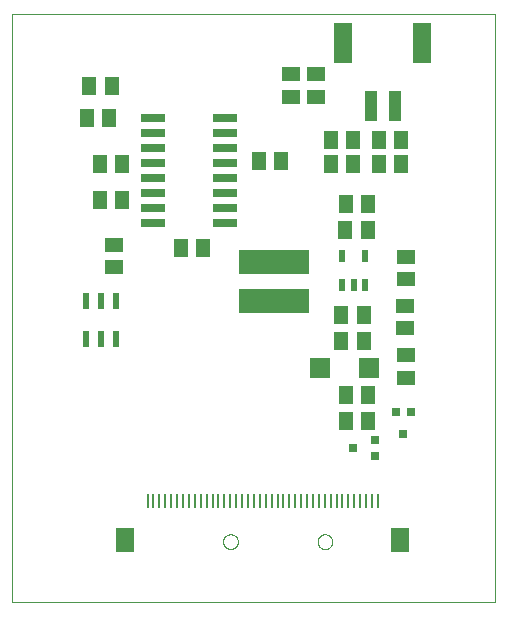
<source format=gtp>
G75*
%MOIN*%
%OFA0B0*%
%FSLAX25Y25*%
%IPPOS*%
%LPD*%
%AMOC8*
5,1,8,0,0,1.08239X$1,22.5*
%
%ADD10C,0.00000*%
%ADD11R,0.01969X0.03937*%
%ADD12R,0.06299X0.05118*%
%ADD13R,0.05118X0.06299*%
%ADD14R,0.05118X0.05906*%
%ADD15R,0.23622X0.07874*%
%ADD16R,0.00984X0.04921*%
%ADD17R,0.06496X0.08071*%
%ADD18R,0.05906X0.05118*%
%ADD19R,0.02087X0.05236*%
%ADD20R,0.03937X0.10236*%
%ADD21R,0.05906X0.13386*%
%ADD22R,0.07087X0.06693*%
%ADD23R,0.02756X0.02756*%
%ADD24R,0.08000X0.02600*%
D10*
X0001171Y0003194D02*
X0001171Y0199194D01*
X0162171Y0199194D01*
X0162171Y0003194D01*
X0001171Y0003194D01*
X0071506Y0023398D02*
X0071508Y0023497D01*
X0071514Y0023596D01*
X0071524Y0023695D01*
X0071538Y0023793D01*
X0071556Y0023890D01*
X0071578Y0023987D01*
X0071603Y0024083D01*
X0071633Y0024177D01*
X0071666Y0024271D01*
X0071703Y0024363D01*
X0071744Y0024453D01*
X0071788Y0024542D01*
X0071836Y0024628D01*
X0071887Y0024713D01*
X0071942Y0024796D01*
X0072000Y0024876D01*
X0072061Y0024954D01*
X0072125Y0025030D01*
X0072192Y0025103D01*
X0072262Y0025173D01*
X0072335Y0025240D01*
X0072411Y0025304D01*
X0072489Y0025365D01*
X0072569Y0025423D01*
X0072652Y0025478D01*
X0072736Y0025529D01*
X0072823Y0025577D01*
X0072912Y0025621D01*
X0073002Y0025662D01*
X0073094Y0025699D01*
X0073188Y0025732D01*
X0073282Y0025762D01*
X0073378Y0025787D01*
X0073475Y0025809D01*
X0073572Y0025827D01*
X0073670Y0025841D01*
X0073769Y0025851D01*
X0073868Y0025857D01*
X0073967Y0025859D01*
X0074066Y0025857D01*
X0074165Y0025851D01*
X0074264Y0025841D01*
X0074362Y0025827D01*
X0074459Y0025809D01*
X0074556Y0025787D01*
X0074652Y0025762D01*
X0074746Y0025732D01*
X0074840Y0025699D01*
X0074932Y0025662D01*
X0075022Y0025621D01*
X0075111Y0025577D01*
X0075197Y0025529D01*
X0075282Y0025478D01*
X0075365Y0025423D01*
X0075445Y0025365D01*
X0075523Y0025304D01*
X0075599Y0025240D01*
X0075672Y0025173D01*
X0075742Y0025103D01*
X0075809Y0025030D01*
X0075873Y0024954D01*
X0075934Y0024876D01*
X0075992Y0024796D01*
X0076047Y0024713D01*
X0076098Y0024629D01*
X0076146Y0024542D01*
X0076190Y0024453D01*
X0076231Y0024363D01*
X0076268Y0024271D01*
X0076301Y0024177D01*
X0076331Y0024083D01*
X0076356Y0023987D01*
X0076378Y0023890D01*
X0076396Y0023793D01*
X0076410Y0023695D01*
X0076420Y0023596D01*
X0076426Y0023497D01*
X0076428Y0023398D01*
X0076426Y0023299D01*
X0076420Y0023200D01*
X0076410Y0023101D01*
X0076396Y0023003D01*
X0076378Y0022906D01*
X0076356Y0022809D01*
X0076331Y0022713D01*
X0076301Y0022619D01*
X0076268Y0022525D01*
X0076231Y0022433D01*
X0076190Y0022343D01*
X0076146Y0022254D01*
X0076098Y0022168D01*
X0076047Y0022083D01*
X0075992Y0022000D01*
X0075934Y0021920D01*
X0075873Y0021842D01*
X0075809Y0021766D01*
X0075742Y0021693D01*
X0075672Y0021623D01*
X0075599Y0021556D01*
X0075523Y0021492D01*
X0075445Y0021431D01*
X0075365Y0021373D01*
X0075282Y0021318D01*
X0075198Y0021267D01*
X0075111Y0021219D01*
X0075022Y0021175D01*
X0074932Y0021134D01*
X0074840Y0021097D01*
X0074746Y0021064D01*
X0074652Y0021034D01*
X0074556Y0021009D01*
X0074459Y0020987D01*
X0074362Y0020969D01*
X0074264Y0020955D01*
X0074165Y0020945D01*
X0074066Y0020939D01*
X0073967Y0020937D01*
X0073868Y0020939D01*
X0073769Y0020945D01*
X0073670Y0020955D01*
X0073572Y0020969D01*
X0073475Y0020987D01*
X0073378Y0021009D01*
X0073282Y0021034D01*
X0073188Y0021064D01*
X0073094Y0021097D01*
X0073002Y0021134D01*
X0072912Y0021175D01*
X0072823Y0021219D01*
X0072737Y0021267D01*
X0072652Y0021318D01*
X0072569Y0021373D01*
X0072489Y0021431D01*
X0072411Y0021492D01*
X0072335Y0021556D01*
X0072262Y0021623D01*
X0072192Y0021693D01*
X0072125Y0021766D01*
X0072061Y0021842D01*
X0072000Y0021920D01*
X0071942Y0022000D01*
X0071887Y0022083D01*
X0071836Y0022167D01*
X0071788Y0022254D01*
X0071744Y0022343D01*
X0071703Y0022433D01*
X0071666Y0022525D01*
X0071633Y0022619D01*
X0071603Y0022713D01*
X0071578Y0022809D01*
X0071556Y0022906D01*
X0071538Y0023003D01*
X0071524Y0023101D01*
X0071514Y0023200D01*
X0071508Y0023299D01*
X0071506Y0023398D01*
X0103002Y0023398D02*
X0103004Y0023497D01*
X0103010Y0023596D01*
X0103020Y0023695D01*
X0103034Y0023793D01*
X0103052Y0023890D01*
X0103074Y0023987D01*
X0103099Y0024083D01*
X0103129Y0024177D01*
X0103162Y0024271D01*
X0103199Y0024363D01*
X0103240Y0024453D01*
X0103284Y0024542D01*
X0103332Y0024628D01*
X0103383Y0024713D01*
X0103438Y0024796D01*
X0103496Y0024876D01*
X0103557Y0024954D01*
X0103621Y0025030D01*
X0103688Y0025103D01*
X0103758Y0025173D01*
X0103831Y0025240D01*
X0103907Y0025304D01*
X0103985Y0025365D01*
X0104065Y0025423D01*
X0104148Y0025478D01*
X0104232Y0025529D01*
X0104319Y0025577D01*
X0104408Y0025621D01*
X0104498Y0025662D01*
X0104590Y0025699D01*
X0104684Y0025732D01*
X0104778Y0025762D01*
X0104874Y0025787D01*
X0104971Y0025809D01*
X0105068Y0025827D01*
X0105166Y0025841D01*
X0105265Y0025851D01*
X0105364Y0025857D01*
X0105463Y0025859D01*
X0105562Y0025857D01*
X0105661Y0025851D01*
X0105760Y0025841D01*
X0105858Y0025827D01*
X0105955Y0025809D01*
X0106052Y0025787D01*
X0106148Y0025762D01*
X0106242Y0025732D01*
X0106336Y0025699D01*
X0106428Y0025662D01*
X0106518Y0025621D01*
X0106607Y0025577D01*
X0106693Y0025529D01*
X0106778Y0025478D01*
X0106861Y0025423D01*
X0106941Y0025365D01*
X0107019Y0025304D01*
X0107095Y0025240D01*
X0107168Y0025173D01*
X0107238Y0025103D01*
X0107305Y0025030D01*
X0107369Y0024954D01*
X0107430Y0024876D01*
X0107488Y0024796D01*
X0107543Y0024713D01*
X0107594Y0024629D01*
X0107642Y0024542D01*
X0107686Y0024453D01*
X0107727Y0024363D01*
X0107764Y0024271D01*
X0107797Y0024177D01*
X0107827Y0024083D01*
X0107852Y0023987D01*
X0107874Y0023890D01*
X0107892Y0023793D01*
X0107906Y0023695D01*
X0107916Y0023596D01*
X0107922Y0023497D01*
X0107924Y0023398D01*
X0107922Y0023299D01*
X0107916Y0023200D01*
X0107906Y0023101D01*
X0107892Y0023003D01*
X0107874Y0022906D01*
X0107852Y0022809D01*
X0107827Y0022713D01*
X0107797Y0022619D01*
X0107764Y0022525D01*
X0107727Y0022433D01*
X0107686Y0022343D01*
X0107642Y0022254D01*
X0107594Y0022168D01*
X0107543Y0022083D01*
X0107488Y0022000D01*
X0107430Y0021920D01*
X0107369Y0021842D01*
X0107305Y0021766D01*
X0107238Y0021693D01*
X0107168Y0021623D01*
X0107095Y0021556D01*
X0107019Y0021492D01*
X0106941Y0021431D01*
X0106861Y0021373D01*
X0106778Y0021318D01*
X0106694Y0021267D01*
X0106607Y0021219D01*
X0106518Y0021175D01*
X0106428Y0021134D01*
X0106336Y0021097D01*
X0106242Y0021064D01*
X0106148Y0021034D01*
X0106052Y0021009D01*
X0105955Y0020987D01*
X0105858Y0020969D01*
X0105760Y0020955D01*
X0105661Y0020945D01*
X0105562Y0020939D01*
X0105463Y0020937D01*
X0105364Y0020939D01*
X0105265Y0020945D01*
X0105166Y0020955D01*
X0105068Y0020969D01*
X0104971Y0020987D01*
X0104874Y0021009D01*
X0104778Y0021034D01*
X0104684Y0021064D01*
X0104590Y0021097D01*
X0104498Y0021134D01*
X0104408Y0021175D01*
X0104319Y0021219D01*
X0104233Y0021267D01*
X0104148Y0021318D01*
X0104065Y0021373D01*
X0103985Y0021431D01*
X0103907Y0021492D01*
X0103831Y0021556D01*
X0103758Y0021623D01*
X0103688Y0021693D01*
X0103621Y0021766D01*
X0103557Y0021842D01*
X0103496Y0021920D01*
X0103438Y0022000D01*
X0103383Y0022083D01*
X0103332Y0022167D01*
X0103284Y0022254D01*
X0103240Y0022343D01*
X0103199Y0022433D01*
X0103162Y0022525D01*
X0103129Y0022619D01*
X0103099Y0022713D01*
X0103074Y0022809D01*
X0103052Y0022906D01*
X0103034Y0023003D01*
X0103020Y0023101D01*
X0103010Y0023200D01*
X0103004Y0023299D01*
X0103002Y0023398D01*
D11*
X0111301Y0109076D03*
X0115041Y0109076D03*
X0118781Y0109076D03*
X0118781Y0118524D03*
X0111301Y0118524D03*
D12*
X0132401Y0118304D03*
X0132401Y0110824D03*
X0132171Y0102064D03*
X0132171Y0094583D03*
X0132464Y0085559D03*
X0132464Y0078079D03*
X0035231Y0114886D03*
X0035231Y0122366D03*
D13*
X0110931Y0098964D03*
X0118411Y0098964D03*
D14*
X0118411Y0090264D03*
X0110931Y0090264D03*
X0112431Y0072264D03*
X0112431Y0063564D03*
X0119911Y0063564D03*
X0119911Y0072264D03*
X0119711Y0127324D03*
X0112231Y0127324D03*
X0112431Y0135924D03*
X0119911Y0135924D03*
X0123431Y0149194D03*
X0130911Y0149194D03*
X0130911Y0157194D03*
X0123431Y0157194D03*
X0114911Y0157194D03*
X0114911Y0149194D03*
X0107431Y0149194D03*
X0107431Y0157194D03*
X0090911Y0150194D03*
X0083431Y0150194D03*
X0064911Y0121194D03*
X0057431Y0121194D03*
X0037911Y0137194D03*
X0030431Y0137194D03*
X0030431Y0149194D03*
X0037911Y0149194D03*
X0033593Y0164527D03*
X0026112Y0164527D03*
X0026894Y0175424D03*
X0034374Y0175424D03*
D15*
X0088541Y0116780D03*
X0088541Y0103788D03*
D16*
X0087675Y0036800D03*
X0085707Y0036800D03*
X0083738Y0036800D03*
X0081770Y0036800D03*
X0079801Y0036800D03*
X0077833Y0036800D03*
X0075864Y0036800D03*
X0073896Y0036800D03*
X0071927Y0036800D03*
X0069959Y0036800D03*
X0067990Y0036800D03*
X0066022Y0036800D03*
X0064053Y0036800D03*
X0062085Y0036800D03*
X0060116Y0036800D03*
X0058148Y0036800D03*
X0056179Y0036800D03*
X0054211Y0036800D03*
X0052242Y0036800D03*
X0050274Y0036800D03*
X0048305Y0036800D03*
X0046337Y0036800D03*
X0089644Y0036800D03*
X0091612Y0036800D03*
X0093581Y0036800D03*
X0095549Y0036800D03*
X0097518Y0036800D03*
X0099486Y0036800D03*
X0101455Y0036800D03*
X0103423Y0036800D03*
X0105392Y0036800D03*
X0107360Y0036800D03*
X0109329Y0036800D03*
X0111297Y0036800D03*
X0113266Y0036800D03*
X0115234Y0036800D03*
X0117203Y0036800D03*
X0119171Y0036800D03*
X0121140Y0036800D03*
X0123108Y0036800D03*
D17*
X0130589Y0024005D03*
X0038856Y0024005D03*
D18*
X0094125Y0171740D03*
X0094125Y0179220D03*
X0102534Y0179220D03*
X0102534Y0171740D03*
D19*
X0035887Y0103702D03*
X0030887Y0103702D03*
X0025887Y0103702D03*
X0025887Y0091102D03*
X0030887Y0091102D03*
X0035887Y0091102D03*
D20*
X0120817Y0168603D03*
X0128691Y0168603D03*
D21*
X0137943Y0189469D03*
X0111565Y0189469D03*
D22*
X0103847Y0081249D03*
X0119989Y0081249D03*
D23*
X0128982Y0066463D03*
X0134100Y0066463D03*
X0131541Y0059179D03*
X0122110Y0057129D03*
X0122110Y0052011D03*
X0114827Y0054570D03*
D24*
X0072271Y0129694D03*
X0072271Y0134694D03*
X0072271Y0139694D03*
X0072271Y0144694D03*
X0072271Y0149694D03*
X0072271Y0154694D03*
X0072271Y0159694D03*
X0072271Y0164694D03*
X0048071Y0164694D03*
X0048071Y0159694D03*
X0048071Y0154694D03*
X0048071Y0149694D03*
X0048071Y0144694D03*
X0048071Y0139694D03*
X0048071Y0134694D03*
X0048071Y0129694D03*
M02*

</source>
